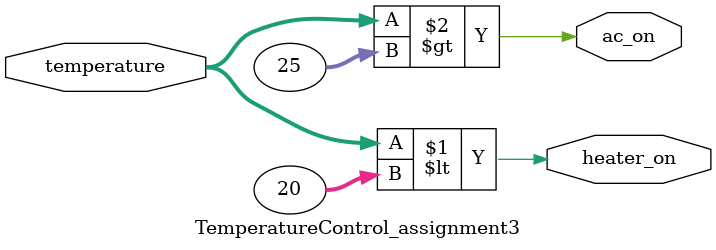
<source format=v>
`timescale 1ns / 1ps


module TemperatureControl_assignment3(
    input wire [7:0] temperature,  // 8-bit temperature input in Celsius
    output wire heater_on,         // High to turn on the heater
    output wire ac_on              // High to turn on the air conditioner
);

    assign heater_on = (temperature < 20);
    assign ac_on = (temperature > 25);

endmodule
</source>
